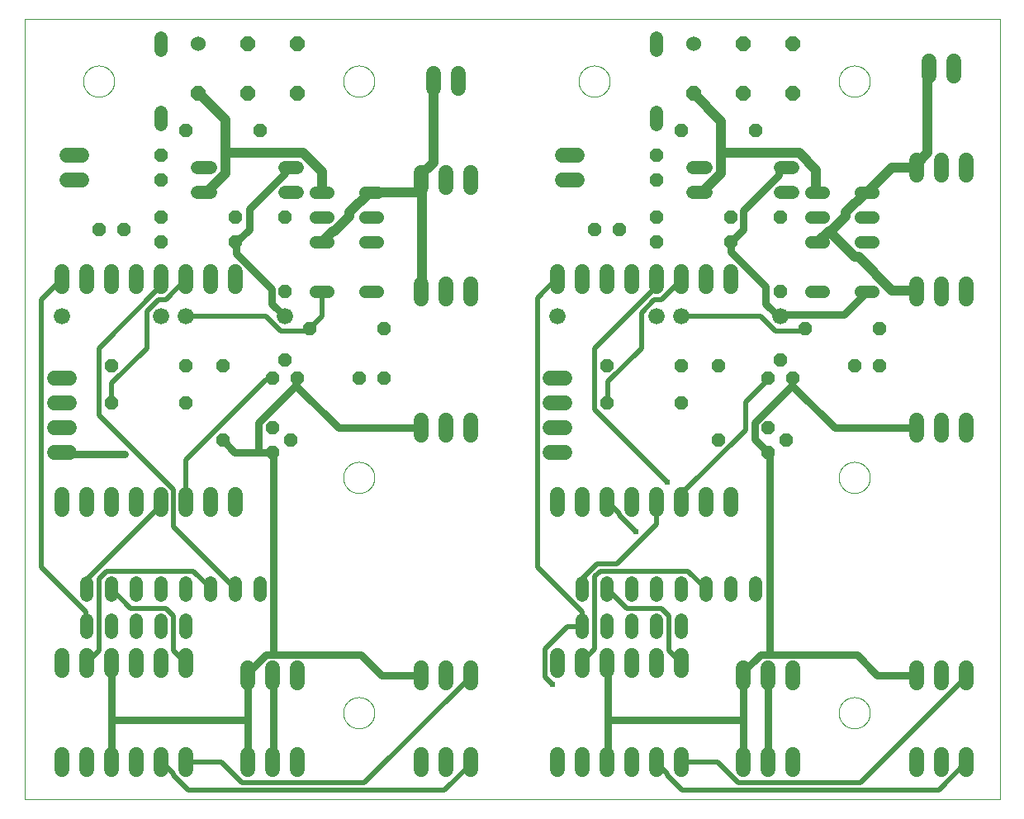
<source format=gbl>
G75*
%MOIN*%
%OFA0B0*%
%FSLAX25Y25*%
%IPPOS*%
%LPD*%
%AMOC8*
5,1,8,0,0,1.08239X$1,22.5*
%
%ADD10C,0.00000*%
%ADD11C,0.06000*%
%ADD12OC8,0.06000*%
%ADD13C,0.06600*%
%ADD14C,0.05200*%
%ADD15C,0.06000*%
%ADD16C,0.05150*%
%ADD17OC8,0.05200*%
%ADD18C,0.02000*%
%ADD19C,0.04000*%
%ADD20C,0.03000*%
%ADD21C,0.02381*%
D10*
X0002667Y0002600D02*
X0002667Y0317561D01*
X0396367Y0317561D01*
X0396367Y0002600D01*
X0002667Y0002600D01*
X0131368Y0037600D02*
X0131370Y0037758D01*
X0131376Y0037916D01*
X0131386Y0038074D01*
X0131400Y0038232D01*
X0131418Y0038389D01*
X0131439Y0038546D01*
X0131465Y0038702D01*
X0131495Y0038858D01*
X0131528Y0039013D01*
X0131566Y0039166D01*
X0131607Y0039319D01*
X0131652Y0039471D01*
X0131701Y0039622D01*
X0131754Y0039771D01*
X0131810Y0039919D01*
X0131870Y0040065D01*
X0131934Y0040210D01*
X0132002Y0040353D01*
X0132073Y0040495D01*
X0132147Y0040635D01*
X0132225Y0040772D01*
X0132307Y0040908D01*
X0132391Y0041042D01*
X0132480Y0041173D01*
X0132571Y0041302D01*
X0132666Y0041429D01*
X0132763Y0041554D01*
X0132864Y0041676D01*
X0132968Y0041795D01*
X0133075Y0041912D01*
X0133185Y0042026D01*
X0133298Y0042137D01*
X0133413Y0042246D01*
X0133531Y0042351D01*
X0133652Y0042453D01*
X0133775Y0042553D01*
X0133901Y0042649D01*
X0134029Y0042742D01*
X0134159Y0042832D01*
X0134292Y0042918D01*
X0134427Y0043002D01*
X0134563Y0043081D01*
X0134702Y0043158D01*
X0134843Y0043230D01*
X0134985Y0043300D01*
X0135129Y0043365D01*
X0135275Y0043427D01*
X0135422Y0043485D01*
X0135571Y0043540D01*
X0135721Y0043591D01*
X0135872Y0043638D01*
X0136024Y0043681D01*
X0136177Y0043720D01*
X0136332Y0043756D01*
X0136487Y0043787D01*
X0136643Y0043815D01*
X0136799Y0043839D01*
X0136956Y0043859D01*
X0137114Y0043875D01*
X0137271Y0043887D01*
X0137430Y0043895D01*
X0137588Y0043899D01*
X0137746Y0043899D01*
X0137904Y0043895D01*
X0138063Y0043887D01*
X0138220Y0043875D01*
X0138378Y0043859D01*
X0138535Y0043839D01*
X0138691Y0043815D01*
X0138847Y0043787D01*
X0139002Y0043756D01*
X0139157Y0043720D01*
X0139310Y0043681D01*
X0139462Y0043638D01*
X0139613Y0043591D01*
X0139763Y0043540D01*
X0139912Y0043485D01*
X0140059Y0043427D01*
X0140205Y0043365D01*
X0140349Y0043300D01*
X0140491Y0043230D01*
X0140632Y0043158D01*
X0140771Y0043081D01*
X0140907Y0043002D01*
X0141042Y0042918D01*
X0141175Y0042832D01*
X0141305Y0042742D01*
X0141433Y0042649D01*
X0141559Y0042553D01*
X0141682Y0042453D01*
X0141803Y0042351D01*
X0141921Y0042246D01*
X0142036Y0042137D01*
X0142149Y0042026D01*
X0142259Y0041912D01*
X0142366Y0041795D01*
X0142470Y0041676D01*
X0142571Y0041554D01*
X0142668Y0041429D01*
X0142763Y0041302D01*
X0142854Y0041173D01*
X0142943Y0041042D01*
X0143027Y0040908D01*
X0143109Y0040772D01*
X0143187Y0040635D01*
X0143261Y0040495D01*
X0143332Y0040353D01*
X0143400Y0040210D01*
X0143464Y0040065D01*
X0143524Y0039919D01*
X0143580Y0039771D01*
X0143633Y0039622D01*
X0143682Y0039471D01*
X0143727Y0039319D01*
X0143768Y0039166D01*
X0143806Y0039013D01*
X0143839Y0038858D01*
X0143869Y0038702D01*
X0143895Y0038546D01*
X0143916Y0038389D01*
X0143934Y0038232D01*
X0143948Y0038074D01*
X0143958Y0037916D01*
X0143964Y0037758D01*
X0143966Y0037600D01*
X0143964Y0037442D01*
X0143958Y0037284D01*
X0143948Y0037126D01*
X0143934Y0036968D01*
X0143916Y0036811D01*
X0143895Y0036654D01*
X0143869Y0036498D01*
X0143839Y0036342D01*
X0143806Y0036187D01*
X0143768Y0036034D01*
X0143727Y0035881D01*
X0143682Y0035729D01*
X0143633Y0035578D01*
X0143580Y0035429D01*
X0143524Y0035281D01*
X0143464Y0035135D01*
X0143400Y0034990D01*
X0143332Y0034847D01*
X0143261Y0034705D01*
X0143187Y0034565D01*
X0143109Y0034428D01*
X0143027Y0034292D01*
X0142943Y0034158D01*
X0142854Y0034027D01*
X0142763Y0033898D01*
X0142668Y0033771D01*
X0142571Y0033646D01*
X0142470Y0033524D01*
X0142366Y0033405D01*
X0142259Y0033288D01*
X0142149Y0033174D01*
X0142036Y0033063D01*
X0141921Y0032954D01*
X0141803Y0032849D01*
X0141682Y0032747D01*
X0141559Y0032647D01*
X0141433Y0032551D01*
X0141305Y0032458D01*
X0141175Y0032368D01*
X0141042Y0032282D01*
X0140907Y0032198D01*
X0140771Y0032119D01*
X0140632Y0032042D01*
X0140491Y0031970D01*
X0140349Y0031900D01*
X0140205Y0031835D01*
X0140059Y0031773D01*
X0139912Y0031715D01*
X0139763Y0031660D01*
X0139613Y0031609D01*
X0139462Y0031562D01*
X0139310Y0031519D01*
X0139157Y0031480D01*
X0139002Y0031444D01*
X0138847Y0031413D01*
X0138691Y0031385D01*
X0138535Y0031361D01*
X0138378Y0031341D01*
X0138220Y0031325D01*
X0138063Y0031313D01*
X0137904Y0031305D01*
X0137746Y0031301D01*
X0137588Y0031301D01*
X0137430Y0031305D01*
X0137271Y0031313D01*
X0137114Y0031325D01*
X0136956Y0031341D01*
X0136799Y0031361D01*
X0136643Y0031385D01*
X0136487Y0031413D01*
X0136332Y0031444D01*
X0136177Y0031480D01*
X0136024Y0031519D01*
X0135872Y0031562D01*
X0135721Y0031609D01*
X0135571Y0031660D01*
X0135422Y0031715D01*
X0135275Y0031773D01*
X0135129Y0031835D01*
X0134985Y0031900D01*
X0134843Y0031970D01*
X0134702Y0032042D01*
X0134563Y0032119D01*
X0134427Y0032198D01*
X0134292Y0032282D01*
X0134159Y0032368D01*
X0134029Y0032458D01*
X0133901Y0032551D01*
X0133775Y0032647D01*
X0133652Y0032747D01*
X0133531Y0032849D01*
X0133413Y0032954D01*
X0133298Y0033063D01*
X0133185Y0033174D01*
X0133075Y0033288D01*
X0132968Y0033405D01*
X0132864Y0033524D01*
X0132763Y0033646D01*
X0132666Y0033771D01*
X0132571Y0033898D01*
X0132480Y0034027D01*
X0132391Y0034158D01*
X0132307Y0034292D01*
X0132225Y0034428D01*
X0132147Y0034565D01*
X0132073Y0034705D01*
X0132002Y0034847D01*
X0131934Y0034990D01*
X0131870Y0035135D01*
X0131810Y0035281D01*
X0131754Y0035429D01*
X0131701Y0035578D01*
X0131652Y0035729D01*
X0131607Y0035881D01*
X0131566Y0036034D01*
X0131528Y0036187D01*
X0131495Y0036342D01*
X0131465Y0036498D01*
X0131439Y0036654D01*
X0131418Y0036811D01*
X0131400Y0036968D01*
X0131386Y0037126D01*
X0131376Y0037284D01*
X0131370Y0037442D01*
X0131368Y0037600D01*
X0131368Y0132600D02*
X0131370Y0132758D01*
X0131376Y0132916D01*
X0131386Y0133074D01*
X0131400Y0133232D01*
X0131418Y0133389D01*
X0131439Y0133546D01*
X0131465Y0133702D01*
X0131495Y0133858D01*
X0131528Y0134013D01*
X0131566Y0134166D01*
X0131607Y0134319D01*
X0131652Y0134471D01*
X0131701Y0134622D01*
X0131754Y0134771D01*
X0131810Y0134919D01*
X0131870Y0135065D01*
X0131934Y0135210D01*
X0132002Y0135353D01*
X0132073Y0135495D01*
X0132147Y0135635D01*
X0132225Y0135772D01*
X0132307Y0135908D01*
X0132391Y0136042D01*
X0132480Y0136173D01*
X0132571Y0136302D01*
X0132666Y0136429D01*
X0132763Y0136554D01*
X0132864Y0136676D01*
X0132968Y0136795D01*
X0133075Y0136912D01*
X0133185Y0137026D01*
X0133298Y0137137D01*
X0133413Y0137246D01*
X0133531Y0137351D01*
X0133652Y0137453D01*
X0133775Y0137553D01*
X0133901Y0137649D01*
X0134029Y0137742D01*
X0134159Y0137832D01*
X0134292Y0137918D01*
X0134427Y0138002D01*
X0134563Y0138081D01*
X0134702Y0138158D01*
X0134843Y0138230D01*
X0134985Y0138300D01*
X0135129Y0138365D01*
X0135275Y0138427D01*
X0135422Y0138485D01*
X0135571Y0138540D01*
X0135721Y0138591D01*
X0135872Y0138638D01*
X0136024Y0138681D01*
X0136177Y0138720D01*
X0136332Y0138756D01*
X0136487Y0138787D01*
X0136643Y0138815D01*
X0136799Y0138839D01*
X0136956Y0138859D01*
X0137114Y0138875D01*
X0137271Y0138887D01*
X0137430Y0138895D01*
X0137588Y0138899D01*
X0137746Y0138899D01*
X0137904Y0138895D01*
X0138063Y0138887D01*
X0138220Y0138875D01*
X0138378Y0138859D01*
X0138535Y0138839D01*
X0138691Y0138815D01*
X0138847Y0138787D01*
X0139002Y0138756D01*
X0139157Y0138720D01*
X0139310Y0138681D01*
X0139462Y0138638D01*
X0139613Y0138591D01*
X0139763Y0138540D01*
X0139912Y0138485D01*
X0140059Y0138427D01*
X0140205Y0138365D01*
X0140349Y0138300D01*
X0140491Y0138230D01*
X0140632Y0138158D01*
X0140771Y0138081D01*
X0140907Y0138002D01*
X0141042Y0137918D01*
X0141175Y0137832D01*
X0141305Y0137742D01*
X0141433Y0137649D01*
X0141559Y0137553D01*
X0141682Y0137453D01*
X0141803Y0137351D01*
X0141921Y0137246D01*
X0142036Y0137137D01*
X0142149Y0137026D01*
X0142259Y0136912D01*
X0142366Y0136795D01*
X0142470Y0136676D01*
X0142571Y0136554D01*
X0142668Y0136429D01*
X0142763Y0136302D01*
X0142854Y0136173D01*
X0142943Y0136042D01*
X0143027Y0135908D01*
X0143109Y0135772D01*
X0143187Y0135635D01*
X0143261Y0135495D01*
X0143332Y0135353D01*
X0143400Y0135210D01*
X0143464Y0135065D01*
X0143524Y0134919D01*
X0143580Y0134771D01*
X0143633Y0134622D01*
X0143682Y0134471D01*
X0143727Y0134319D01*
X0143768Y0134166D01*
X0143806Y0134013D01*
X0143839Y0133858D01*
X0143869Y0133702D01*
X0143895Y0133546D01*
X0143916Y0133389D01*
X0143934Y0133232D01*
X0143948Y0133074D01*
X0143958Y0132916D01*
X0143964Y0132758D01*
X0143966Y0132600D01*
X0143964Y0132442D01*
X0143958Y0132284D01*
X0143948Y0132126D01*
X0143934Y0131968D01*
X0143916Y0131811D01*
X0143895Y0131654D01*
X0143869Y0131498D01*
X0143839Y0131342D01*
X0143806Y0131187D01*
X0143768Y0131034D01*
X0143727Y0130881D01*
X0143682Y0130729D01*
X0143633Y0130578D01*
X0143580Y0130429D01*
X0143524Y0130281D01*
X0143464Y0130135D01*
X0143400Y0129990D01*
X0143332Y0129847D01*
X0143261Y0129705D01*
X0143187Y0129565D01*
X0143109Y0129428D01*
X0143027Y0129292D01*
X0142943Y0129158D01*
X0142854Y0129027D01*
X0142763Y0128898D01*
X0142668Y0128771D01*
X0142571Y0128646D01*
X0142470Y0128524D01*
X0142366Y0128405D01*
X0142259Y0128288D01*
X0142149Y0128174D01*
X0142036Y0128063D01*
X0141921Y0127954D01*
X0141803Y0127849D01*
X0141682Y0127747D01*
X0141559Y0127647D01*
X0141433Y0127551D01*
X0141305Y0127458D01*
X0141175Y0127368D01*
X0141042Y0127282D01*
X0140907Y0127198D01*
X0140771Y0127119D01*
X0140632Y0127042D01*
X0140491Y0126970D01*
X0140349Y0126900D01*
X0140205Y0126835D01*
X0140059Y0126773D01*
X0139912Y0126715D01*
X0139763Y0126660D01*
X0139613Y0126609D01*
X0139462Y0126562D01*
X0139310Y0126519D01*
X0139157Y0126480D01*
X0139002Y0126444D01*
X0138847Y0126413D01*
X0138691Y0126385D01*
X0138535Y0126361D01*
X0138378Y0126341D01*
X0138220Y0126325D01*
X0138063Y0126313D01*
X0137904Y0126305D01*
X0137746Y0126301D01*
X0137588Y0126301D01*
X0137430Y0126305D01*
X0137271Y0126313D01*
X0137114Y0126325D01*
X0136956Y0126341D01*
X0136799Y0126361D01*
X0136643Y0126385D01*
X0136487Y0126413D01*
X0136332Y0126444D01*
X0136177Y0126480D01*
X0136024Y0126519D01*
X0135872Y0126562D01*
X0135721Y0126609D01*
X0135571Y0126660D01*
X0135422Y0126715D01*
X0135275Y0126773D01*
X0135129Y0126835D01*
X0134985Y0126900D01*
X0134843Y0126970D01*
X0134702Y0127042D01*
X0134563Y0127119D01*
X0134427Y0127198D01*
X0134292Y0127282D01*
X0134159Y0127368D01*
X0134029Y0127458D01*
X0133901Y0127551D01*
X0133775Y0127647D01*
X0133652Y0127747D01*
X0133531Y0127849D01*
X0133413Y0127954D01*
X0133298Y0128063D01*
X0133185Y0128174D01*
X0133075Y0128288D01*
X0132968Y0128405D01*
X0132864Y0128524D01*
X0132763Y0128646D01*
X0132666Y0128771D01*
X0132571Y0128898D01*
X0132480Y0129027D01*
X0132391Y0129158D01*
X0132307Y0129292D01*
X0132225Y0129428D01*
X0132147Y0129565D01*
X0132073Y0129705D01*
X0132002Y0129847D01*
X0131934Y0129990D01*
X0131870Y0130135D01*
X0131810Y0130281D01*
X0131754Y0130429D01*
X0131701Y0130578D01*
X0131652Y0130729D01*
X0131607Y0130881D01*
X0131566Y0131034D01*
X0131528Y0131187D01*
X0131495Y0131342D01*
X0131465Y0131498D01*
X0131439Y0131654D01*
X0131418Y0131811D01*
X0131400Y0131968D01*
X0131386Y0132126D01*
X0131376Y0132284D01*
X0131370Y0132442D01*
X0131368Y0132600D01*
X0131368Y0292600D02*
X0131370Y0292758D01*
X0131376Y0292916D01*
X0131386Y0293074D01*
X0131400Y0293232D01*
X0131418Y0293389D01*
X0131439Y0293546D01*
X0131465Y0293702D01*
X0131495Y0293858D01*
X0131528Y0294013D01*
X0131566Y0294166D01*
X0131607Y0294319D01*
X0131652Y0294471D01*
X0131701Y0294622D01*
X0131754Y0294771D01*
X0131810Y0294919D01*
X0131870Y0295065D01*
X0131934Y0295210D01*
X0132002Y0295353D01*
X0132073Y0295495D01*
X0132147Y0295635D01*
X0132225Y0295772D01*
X0132307Y0295908D01*
X0132391Y0296042D01*
X0132480Y0296173D01*
X0132571Y0296302D01*
X0132666Y0296429D01*
X0132763Y0296554D01*
X0132864Y0296676D01*
X0132968Y0296795D01*
X0133075Y0296912D01*
X0133185Y0297026D01*
X0133298Y0297137D01*
X0133413Y0297246D01*
X0133531Y0297351D01*
X0133652Y0297453D01*
X0133775Y0297553D01*
X0133901Y0297649D01*
X0134029Y0297742D01*
X0134159Y0297832D01*
X0134292Y0297918D01*
X0134427Y0298002D01*
X0134563Y0298081D01*
X0134702Y0298158D01*
X0134843Y0298230D01*
X0134985Y0298300D01*
X0135129Y0298365D01*
X0135275Y0298427D01*
X0135422Y0298485D01*
X0135571Y0298540D01*
X0135721Y0298591D01*
X0135872Y0298638D01*
X0136024Y0298681D01*
X0136177Y0298720D01*
X0136332Y0298756D01*
X0136487Y0298787D01*
X0136643Y0298815D01*
X0136799Y0298839D01*
X0136956Y0298859D01*
X0137114Y0298875D01*
X0137271Y0298887D01*
X0137430Y0298895D01*
X0137588Y0298899D01*
X0137746Y0298899D01*
X0137904Y0298895D01*
X0138063Y0298887D01*
X0138220Y0298875D01*
X0138378Y0298859D01*
X0138535Y0298839D01*
X0138691Y0298815D01*
X0138847Y0298787D01*
X0139002Y0298756D01*
X0139157Y0298720D01*
X0139310Y0298681D01*
X0139462Y0298638D01*
X0139613Y0298591D01*
X0139763Y0298540D01*
X0139912Y0298485D01*
X0140059Y0298427D01*
X0140205Y0298365D01*
X0140349Y0298300D01*
X0140491Y0298230D01*
X0140632Y0298158D01*
X0140771Y0298081D01*
X0140907Y0298002D01*
X0141042Y0297918D01*
X0141175Y0297832D01*
X0141305Y0297742D01*
X0141433Y0297649D01*
X0141559Y0297553D01*
X0141682Y0297453D01*
X0141803Y0297351D01*
X0141921Y0297246D01*
X0142036Y0297137D01*
X0142149Y0297026D01*
X0142259Y0296912D01*
X0142366Y0296795D01*
X0142470Y0296676D01*
X0142571Y0296554D01*
X0142668Y0296429D01*
X0142763Y0296302D01*
X0142854Y0296173D01*
X0142943Y0296042D01*
X0143027Y0295908D01*
X0143109Y0295772D01*
X0143187Y0295635D01*
X0143261Y0295495D01*
X0143332Y0295353D01*
X0143400Y0295210D01*
X0143464Y0295065D01*
X0143524Y0294919D01*
X0143580Y0294771D01*
X0143633Y0294622D01*
X0143682Y0294471D01*
X0143727Y0294319D01*
X0143768Y0294166D01*
X0143806Y0294013D01*
X0143839Y0293858D01*
X0143869Y0293702D01*
X0143895Y0293546D01*
X0143916Y0293389D01*
X0143934Y0293232D01*
X0143948Y0293074D01*
X0143958Y0292916D01*
X0143964Y0292758D01*
X0143966Y0292600D01*
X0143964Y0292442D01*
X0143958Y0292284D01*
X0143948Y0292126D01*
X0143934Y0291968D01*
X0143916Y0291811D01*
X0143895Y0291654D01*
X0143869Y0291498D01*
X0143839Y0291342D01*
X0143806Y0291187D01*
X0143768Y0291034D01*
X0143727Y0290881D01*
X0143682Y0290729D01*
X0143633Y0290578D01*
X0143580Y0290429D01*
X0143524Y0290281D01*
X0143464Y0290135D01*
X0143400Y0289990D01*
X0143332Y0289847D01*
X0143261Y0289705D01*
X0143187Y0289565D01*
X0143109Y0289428D01*
X0143027Y0289292D01*
X0142943Y0289158D01*
X0142854Y0289027D01*
X0142763Y0288898D01*
X0142668Y0288771D01*
X0142571Y0288646D01*
X0142470Y0288524D01*
X0142366Y0288405D01*
X0142259Y0288288D01*
X0142149Y0288174D01*
X0142036Y0288063D01*
X0141921Y0287954D01*
X0141803Y0287849D01*
X0141682Y0287747D01*
X0141559Y0287647D01*
X0141433Y0287551D01*
X0141305Y0287458D01*
X0141175Y0287368D01*
X0141042Y0287282D01*
X0140907Y0287198D01*
X0140771Y0287119D01*
X0140632Y0287042D01*
X0140491Y0286970D01*
X0140349Y0286900D01*
X0140205Y0286835D01*
X0140059Y0286773D01*
X0139912Y0286715D01*
X0139763Y0286660D01*
X0139613Y0286609D01*
X0139462Y0286562D01*
X0139310Y0286519D01*
X0139157Y0286480D01*
X0139002Y0286444D01*
X0138847Y0286413D01*
X0138691Y0286385D01*
X0138535Y0286361D01*
X0138378Y0286341D01*
X0138220Y0286325D01*
X0138063Y0286313D01*
X0137904Y0286305D01*
X0137746Y0286301D01*
X0137588Y0286301D01*
X0137430Y0286305D01*
X0137271Y0286313D01*
X0137114Y0286325D01*
X0136956Y0286341D01*
X0136799Y0286361D01*
X0136643Y0286385D01*
X0136487Y0286413D01*
X0136332Y0286444D01*
X0136177Y0286480D01*
X0136024Y0286519D01*
X0135872Y0286562D01*
X0135721Y0286609D01*
X0135571Y0286660D01*
X0135422Y0286715D01*
X0135275Y0286773D01*
X0135129Y0286835D01*
X0134985Y0286900D01*
X0134843Y0286970D01*
X0134702Y0287042D01*
X0134563Y0287119D01*
X0134427Y0287198D01*
X0134292Y0287282D01*
X0134159Y0287368D01*
X0134029Y0287458D01*
X0133901Y0287551D01*
X0133775Y0287647D01*
X0133652Y0287747D01*
X0133531Y0287849D01*
X0133413Y0287954D01*
X0133298Y0288063D01*
X0133185Y0288174D01*
X0133075Y0288288D01*
X0132968Y0288405D01*
X0132864Y0288524D01*
X0132763Y0288646D01*
X0132666Y0288771D01*
X0132571Y0288898D01*
X0132480Y0289027D01*
X0132391Y0289158D01*
X0132307Y0289292D01*
X0132225Y0289428D01*
X0132147Y0289565D01*
X0132073Y0289705D01*
X0132002Y0289847D01*
X0131934Y0289990D01*
X0131870Y0290135D01*
X0131810Y0290281D01*
X0131754Y0290429D01*
X0131701Y0290578D01*
X0131652Y0290729D01*
X0131607Y0290881D01*
X0131566Y0291034D01*
X0131528Y0291187D01*
X0131495Y0291342D01*
X0131465Y0291498D01*
X0131439Y0291654D01*
X0131418Y0291811D01*
X0131400Y0291968D01*
X0131386Y0292126D01*
X0131376Y0292284D01*
X0131370Y0292442D01*
X0131368Y0292600D01*
X0026368Y0292600D02*
X0026370Y0292758D01*
X0026376Y0292916D01*
X0026386Y0293074D01*
X0026400Y0293232D01*
X0026418Y0293389D01*
X0026439Y0293546D01*
X0026465Y0293702D01*
X0026495Y0293858D01*
X0026528Y0294013D01*
X0026566Y0294166D01*
X0026607Y0294319D01*
X0026652Y0294471D01*
X0026701Y0294622D01*
X0026754Y0294771D01*
X0026810Y0294919D01*
X0026870Y0295065D01*
X0026934Y0295210D01*
X0027002Y0295353D01*
X0027073Y0295495D01*
X0027147Y0295635D01*
X0027225Y0295772D01*
X0027307Y0295908D01*
X0027391Y0296042D01*
X0027480Y0296173D01*
X0027571Y0296302D01*
X0027666Y0296429D01*
X0027763Y0296554D01*
X0027864Y0296676D01*
X0027968Y0296795D01*
X0028075Y0296912D01*
X0028185Y0297026D01*
X0028298Y0297137D01*
X0028413Y0297246D01*
X0028531Y0297351D01*
X0028652Y0297453D01*
X0028775Y0297553D01*
X0028901Y0297649D01*
X0029029Y0297742D01*
X0029159Y0297832D01*
X0029292Y0297918D01*
X0029427Y0298002D01*
X0029563Y0298081D01*
X0029702Y0298158D01*
X0029843Y0298230D01*
X0029985Y0298300D01*
X0030129Y0298365D01*
X0030275Y0298427D01*
X0030422Y0298485D01*
X0030571Y0298540D01*
X0030721Y0298591D01*
X0030872Y0298638D01*
X0031024Y0298681D01*
X0031177Y0298720D01*
X0031332Y0298756D01*
X0031487Y0298787D01*
X0031643Y0298815D01*
X0031799Y0298839D01*
X0031956Y0298859D01*
X0032114Y0298875D01*
X0032271Y0298887D01*
X0032430Y0298895D01*
X0032588Y0298899D01*
X0032746Y0298899D01*
X0032904Y0298895D01*
X0033063Y0298887D01*
X0033220Y0298875D01*
X0033378Y0298859D01*
X0033535Y0298839D01*
X0033691Y0298815D01*
X0033847Y0298787D01*
X0034002Y0298756D01*
X0034157Y0298720D01*
X0034310Y0298681D01*
X0034462Y0298638D01*
X0034613Y0298591D01*
X0034763Y0298540D01*
X0034912Y0298485D01*
X0035059Y0298427D01*
X0035205Y0298365D01*
X0035349Y0298300D01*
X0035491Y0298230D01*
X0035632Y0298158D01*
X0035771Y0298081D01*
X0035907Y0298002D01*
X0036042Y0297918D01*
X0036175Y0297832D01*
X0036305Y0297742D01*
X0036433Y0297649D01*
X0036559Y0297553D01*
X0036682Y0297453D01*
X0036803Y0297351D01*
X0036921Y0297246D01*
X0037036Y0297137D01*
X0037149Y0297026D01*
X0037259Y0296912D01*
X0037366Y0296795D01*
X0037470Y0296676D01*
X0037571Y0296554D01*
X0037668Y0296429D01*
X0037763Y0296302D01*
X0037854Y0296173D01*
X0037943Y0296042D01*
X0038027Y0295908D01*
X0038109Y0295772D01*
X0038187Y0295635D01*
X0038261Y0295495D01*
X0038332Y0295353D01*
X0038400Y0295210D01*
X0038464Y0295065D01*
X0038524Y0294919D01*
X0038580Y0294771D01*
X0038633Y0294622D01*
X0038682Y0294471D01*
X0038727Y0294319D01*
X0038768Y0294166D01*
X0038806Y0294013D01*
X0038839Y0293858D01*
X0038869Y0293702D01*
X0038895Y0293546D01*
X0038916Y0293389D01*
X0038934Y0293232D01*
X0038948Y0293074D01*
X0038958Y0292916D01*
X0038964Y0292758D01*
X0038966Y0292600D01*
X0038964Y0292442D01*
X0038958Y0292284D01*
X0038948Y0292126D01*
X0038934Y0291968D01*
X0038916Y0291811D01*
X0038895Y0291654D01*
X0038869Y0291498D01*
X0038839Y0291342D01*
X0038806Y0291187D01*
X0038768Y0291034D01*
X0038727Y0290881D01*
X0038682Y0290729D01*
X0038633Y0290578D01*
X0038580Y0290429D01*
X0038524Y0290281D01*
X0038464Y0290135D01*
X0038400Y0289990D01*
X0038332Y0289847D01*
X0038261Y0289705D01*
X0038187Y0289565D01*
X0038109Y0289428D01*
X0038027Y0289292D01*
X0037943Y0289158D01*
X0037854Y0289027D01*
X0037763Y0288898D01*
X0037668Y0288771D01*
X0037571Y0288646D01*
X0037470Y0288524D01*
X0037366Y0288405D01*
X0037259Y0288288D01*
X0037149Y0288174D01*
X0037036Y0288063D01*
X0036921Y0287954D01*
X0036803Y0287849D01*
X0036682Y0287747D01*
X0036559Y0287647D01*
X0036433Y0287551D01*
X0036305Y0287458D01*
X0036175Y0287368D01*
X0036042Y0287282D01*
X0035907Y0287198D01*
X0035771Y0287119D01*
X0035632Y0287042D01*
X0035491Y0286970D01*
X0035349Y0286900D01*
X0035205Y0286835D01*
X0035059Y0286773D01*
X0034912Y0286715D01*
X0034763Y0286660D01*
X0034613Y0286609D01*
X0034462Y0286562D01*
X0034310Y0286519D01*
X0034157Y0286480D01*
X0034002Y0286444D01*
X0033847Y0286413D01*
X0033691Y0286385D01*
X0033535Y0286361D01*
X0033378Y0286341D01*
X0033220Y0286325D01*
X0033063Y0286313D01*
X0032904Y0286305D01*
X0032746Y0286301D01*
X0032588Y0286301D01*
X0032430Y0286305D01*
X0032271Y0286313D01*
X0032114Y0286325D01*
X0031956Y0286341D01*
X0031799Y0286361D01*
X0031643Y0286385D01*
X0031487Y0286413D01*
X0031332Y0286444D01*
X0031177Y0286480D01*
X0031024Y0286519D01*
X0030872Y0286562D01*
X0030721Y0286609D01*
X0030571Y0286660D01*
X0030422Y0286715D01*
X0030275Y0286773D01*
X0030129Y0286835D01*
X0029985Y0286900D01*
X0029843Y0286970D01*
X0029702Y0287042D01*
X0029563Y0287119D01*
X0029427Y0287198D01*
X0029292Y0287282D01*
X0029159Y0287368D01*
X0029029Y0287458D01*
X0028901Y0287551D01*
X0028775Y0287647D01*
X0028652Y0287747D01*
X0028531Y0287849D01*
X0028413Y0287954D01*
X0028298Y0288063D01*
X0028185Y0288174D01*
X0028075Y0288288D01*
X0027968Y0288405D01*
X0027864Y0288524D01*
X0027763Y0288646D01*
X0027666Y0288771D01*
X0027571Y0288898D01*
X0027480Y0289027D01*
X0027391Y0289158D01*
X0027307Y0289292D01*
X0027225Y0289428D01*
X0027147Y0289565D01*
X0027073Y0289705D01*
X0027002Y0289847D01*
X0026934Y0289990D01*
X0026870Y0290135D01*
X0026810Y0290281D01*
X0026754Y0290429D01*
X0026701Y0290578D01*
X0026652Y0290729D01*
X0026607Y0290881D01*
X0026566Y0291034D01*
X0026528Y0291187D01*
X0026495Y0291342D01*
X0026465Y0291498D01*
X0026439Y0291654D01*
X0026418Y0291811D01*
X0026400Y0291968D01*
X0026386Y0292126D01*
X0026376Y0292284D01*
X0026370Y0292442D01*
X0026368Y0292600D01*
X0226368Y0292600D02*
X0226370Y0292758D01*
X0226376Y0292916D01*
X0226386Y0293074D01*
X0226400Y0293232D01*
X0226418Y0293389D01*
X0226439Y0293546D01*
X0226465Y0293702D01*
X0226495Y0293858D01*
X0226528Y0294013D01*
X0226566Y0294166D01*
X0226607Y0294319D01*
X0226652Y0294471D01*
X0226701Y0294622D01*
X0226754Y0294771D01*
X0226810Y0294919D01*
X0226870Y0295065D01*
X0226934Y0295210D01*
X0227002Y0295353D01*
X0227073Y0295495D01*
X0227147Y0295635D01*
X0227225Y0295772D01*
X0227307Y0295908D01*
X0227391Y0296042D01*
X0227480Y0296173D01*
X0227571Y0296302D01*
X0227666Y0296429D01*
X0227763Y0296554D01*
X0227864Y0296676D01*
X0227968Y0296795D01*
X0228075Y0296912D01*
X0228185Y0297026D01*
X0228298Y0297137D01*
X0228413Y0297246D01*
X0228531Y0297351D01*
X0228652Y0297453D01*
X0228775Y0297553D01*
X0228901Y0297649D01*
X0229029Y0297742D01*
X0229159Y0297832D01*
X0229292Y0297918D01*
X0229427Y0298002D01*
X0229563Y0298081D01*
X0229702Y0298158D01*
X0229843Y0298230D01*
X0229985Y0298300D01*
X0230129Y0298365D01*
X0230275Y0298427D01*
X0230422Y0298485D01*
X0230571Y0298540D01*
X0230721Y0298591D01*
X0230872Y0298638D01*
X0231024Y0298681D01*
X0231177Y0298720D01*
X0231332Y0298756D01*
X0231487Y0298787D01*
X0231643Y0298815D01*
X0231799Y0298839D01*
X0231956Y0298859D01*
X0232114Y0298875D01*
X0232271Y0298887D01*
X0232430Y0298895D01*
X0232588Y0298899D01*
X0232746Y0298899D01*
X0232904Y0298895D01*
X0233063Y0298887D01*
X0233220Y0298875D01*
X0233378Y0298859D01*
X0233535Y0298839D01*
X0233691Y0298815D01*
X0233847Y0298787D01*
X0234002Y0298756D01*
X0234157Y0298720D01*
X0234310Y0298681D01*
X0234462Y0298638D01*
X0234613Y0298591D01*
X0234763Y0298540D01*
X0234912Y0298485D01*
X0235059Y0298427D01*
X0235205Y0298365D01*
X0235349Y0298300D01*
X0235491Y0298230D01*
X0235632Y0298158D01*
X0235771Y0298081D01*
X0235907Y0298002D01*
X0236042Y0297918D01*
X0236175Y0297832D01*
X0236305Y0297742D01*
X0236433Y0297649D01*
X0236559Y0297553D01*
X0236682Y0297453D01*
X0236803Y0297351D01*
X0236921Y0297246D01*
X0237036Y0297137D01*
X0237149Y0297026D01*
X0237259Y0296912D01*
X0237366Y0296795D01*
X0237470Y0296676D01*
X0237571Y0296554D01*
X0237668Y0296429D01*
X0237763Y0296302D01*
X0237854Y0296173D01*
X0237943Y0296042D01*
X0238027Y0295908D01*
X0238109Y0295772D01*
X0238187Y0295635D01*
X0238261Y0295495D01*
X0238332Y0295353D01*
X0238400Y0295210D01*
X0238464Y0295065D01*
X0238524Y0294919D01*
X0238580Y0294771D01*
X0238633Y0294622D01*
X0238682Y0294471D01*
X0238727Y0294319D01*
X0238768Y0294166D01*
X0238806Y0294013D01*
X0238839Y0293858D01*
X0238869Y0293702D01*
X0238895Y0293546D01*
X0238916Y0293389D01*
X0238934Y0293232D01*
X0238948Y0293074D01*
X0238958Y0292916D01*
X0238964Y0292758D01*
X0238966Y0292600D01*
X0238964Y0292442D01*
X0238958Y0292284D01*
X0238948Y0292126D01*
X0238934Y0291968D01*
X0238916Y0291811D01*
X0238895Y0291654D01*
X0238869Y0291498D01*
X0238839Y0291342D01*
X0238806Y0291187D01*
X0238768Y0291034D01*
X0238727Y0290881D01*
X0238682Y0290729D01*
X0238633Y0290578D01*
X0238580Y0290429D01*
X0238524Y0290281D01*
X0238464Y0290135D01*
X0238400Y0289990D01*
X0238332Y0289847D01*
X0238261Y0289705D01*
X0238187Y0289565D01*
X0238109Y0289428D01*
X0238027Y0289292D01*
X0237943Y0289158D01*
X0237854Y0289027D01*
X0237763Y0288898D01*
X0237668Y0288771D01*
X0237571Y0288646D01*
X0237470Y0288524D01*
X0237366Y0288405D01*
X0237259Y0288288D01*
X0237149Y0288174D01*
X0237036Y0288063D01*
X0236921Y0287954D01*
X0236803Y0287849D01*
X0236682Y0287747D01*
X0236559Y0287647D01*
X0236433Y0287551D01*
X0236305Y0287458D01*
X0236175Y0287368D01*
X0236042Y0287282D01*
X0235907Y0287198D01*
X0235771Y0287119D01*
X0235632Y0287042D01*
X0235491Y0286970D01*
X0235349Y0286900D01*
X0235205Y0286835D01*
X0235059Y0286773D01*
X0234912Y0286715D01*
X0234763Y0286660D01*
X0234613Y0286609D01*
X0234462Y0286562D01*
X0234310Y0286519D01*
X0234157Y0286480D01*
X0234002Y0286444D01*
X0233847Y0286413D01*
X0233691Y0286385D01*
X0233535Y0286361D01*
X0233378Y0286341D01*
X0233220Y0286325D01*
X0233063Y0286313D01*
X0232904Y0286305D01*
X0232746Y0286301D01*
X0232588Y0286301D01*
X0232430Y0286305D01*
X0232271Y0286313D01*
X0232114Y0286325D01*
X0231956Y0286341D01*
X0231799Y0286361D01*
X0231643Y0286385D01*
X0231487Y0286413D01*
X0231332Y0286444D01*
X0231177Y0286480D01*
X0231024Y0286519D01*
X0230872Y0286562D01*
X0230721Y0286609D01*
X0230571Y0286660D01*
X0230422Y0286715D01*
X0230275Y0286773D01*
X0230129Y0286835D01*
X0229985Y0286900D01*
X0229843Y0286970D01*
X0229702Y0287042D01*
X0229563Y0287119D01*
X0229427Y0287198D01*
X0229292Y0287282D01*
X0229159Y0287368D01*
X0229029Y0287458D01*
X0228901Y0287551D01*
X0228775Y0287647D01*
X0228652Y0287747D01*
X0228531Y0287849D01*
X0228413Y0287954D01*
X0228298Y0288063D01*
X0228185Y0288174D01*
X0228075Y0288288D01*
X0227968Y0288405D01*
X0227864Y0288524D01*
X0227763Y0288646D01*
X0227666Y0288771D01*
X0227571Y0288898D01*
X0227480Y0289027D01*
X0227391Y0289158D01*
X0227307Y0289292D01*
X0227225Y0289428D01*
X0227147Y0289565D01*
X0227073Y0289705D01*
X0227002Y0289847D01*
X0226934Y0289990D01*
X0226870Y0290135D01*
X0226810Y0290281D01*
X0226754Y0290429D01*
X0226701Y0290578D01*
X0226652Y0290729D01*
X0226607Y0290881D01*
X0226566Y0291034D01*
X0226528Y0291187D01*
X0226495Y0291342D01*
X0226465Y0291498D01*
X0226439Y0291654D01*
X0226418Y0291811D01*
X0226400Y0291968D01*
X0226386Y0292126D01*
X0226376Y0292284D01*
X0226370Y0292442D01*
X0226368Y0292600D01*
X0331368Y0292600D02*
X0331370Y0292758D01*
X0331376Y0292916D01*
X0331386Y0293074D01*
X0331400Y0293232D01*
X0331418Y0293389D01*
X0331439Y0293546D01*
X0331465Y0293702D01*
X0331495Y0293858D01*
X0331528Y0294013D01*
X0331566Y0294166D01*
X0331607Y0294319D01*
X0331652Y0294471D01*
X0331701Y0294622D01*
X0331754Y0294771D01*
X0331810Y0294919D01*
X0331870Y0295065D01*
X0331934Y0295210D01*
X0332002Y0295353D01*
X0332073Y0295495D01*
X0332147Y0295635D01*
X0332225Y0295772D01*
X0332307Y0295908D01*
X0332391Y0296042D01*
X0332480Y0296173D01*
X0332571Y0296302D01*
X0332666Y0296429D01*
X0332763Y0296554D01*
X0332864Y0296676D01*
X0332968Y0296795D01*
X0333075Y0296912D01*
X0333185Y0297026D01*
X0333298Y0297137D01*
X0333413Y0297246D01*
X0333531Y0297351D01*
X0333652Y0297453D01*
X0333775Y0297553D01*
X0333901Y0297649D01*
X0334029Y0297742D01*
X0334159Y0297832D01*
X0334292Y0297918D01*
X0334427Y0298002D01*
X0334563Y0298081D01*
X0334702Y0298158D01*
X0334843Y0298230D01*
X0334985Y0298300D01*
X0335129Y0298365D01*
X0335275Y0298427D01*
X0335422Y0298485D01*
X0335571Y0298540D01*
X0335721Y0298591D01*
X0335872Y0298638D01*
X0336024Y0298681D01*
X0336177Y0298720D01*
X0336332Y0298756D01*
X0336487Y0298787D01*
X0336643Y0298815D01*
X0336799Y0298839D01*
X0336956Y0298859D01*
X0337114Y0298875D01*
X0337271Y0298887D01*
X0337430Y0298895D01*
X0337588Y0298899D01*
X0337746Y0298899D01*
X0337904Y0298895D01*
X0338063Y0298887D01*
X0338220Y0298875D01*
X0338378Y0298859D01*
X0338535Y0298839D01*
X0338691Y0298815D01*
X0338847Y0298787D01*
X0339002Y0298756D01*
X0339157Y0298720D01*
X0339310Y0298681D01*
X0339462Y0298638D01*
X0339613Y0298591D01*
X0339763Y0298540D01*
X0339912Y0298485D01*
X0340059Y0298427D01*
X0340205Y0298365D01*
X0340349Y0298300D01*
X0340491Y0298230D01*
X0340632Y0298158D01*
X0340771Y0298081D01*
X0340907Y0298002D01*
X0341042Y0297918D01*
X0341175Y0297832D01*
X0341305Y0297742D01*
X0341433Y0297649D01*
X0341559Y0297553D01*
X0341682Y0297453D01*
X0341803Y0297351D01*
X0341921Y0297246D01*
X0342036Y0297137D01*
X0342149Y0297026D01*
X0342259Y0296912D01*
X0342366Y0296795D01*
X0342470Y0296676D01*
X0342571Y0296554D01*
X0342668Y0296429D01*
X0342763Y0296302D01*
X0342854Y0296173D01*
X0342943Y0296042D01*
X0343027Y0295908D01*
X0343109Y0295772D01*
X0343187Y0295635D01*
X0343261Y0295495D01*
X0343332Y0295353D01*
X0343400Y0295210D01*
X0343464Y0295065D01*
X0343524Y0294919D01*
X0343580Y0294771D01*
X0343633Y0294622D01*
X0343682Y0294471D01*
X0343727Y0294319D01*
X0343768Y0294166D01*
X0343806Y0294013D01*
X0343839Y0293858D01*
X0343869Y0293702D01*
X0343895Y0293546D01*
X0343916Y0293389D01*
X0343934Y0293232D01*
X0343948Y0293074D01*
X0343958Y0292916D01*
X0343964Y0292758D01*
X0343966Y0292600D01*
X0343964Y0292442D01*
X0343958Y0292284D01*
X0343948Y0292126D01*
X0343934Y0291968D01*
X0343916Y0291811D01*
X0343895Y0291654D01*
X0343869Y0291498D01*
X0343839Y0291342D01*
X0343806Y0291187D01*
X0343768Y0291034D01*
X0343727Y0290881D01*
X0343682Y0290729D01*
X0343633Y0290578D01*
X0343580Y0290429D01*
X0343524Y0290281D01*
X0343464Y0290135D01*
X0343400Y0289990D01*
X0343332Y0289847D01*
X0343261Y0289705D01*
X0343187Y0289565D01*
X0343109Y0289428D01*
X0343027Y0289292D01*
X0342943Y0289158D01*
X0342854Y0289027D01*
X0342763Y0288898D01*
X0342668Y0288771D01*
X0342571Y0288646D01*
X0342470Y0288524D01*
X0342366Y0288405D01*
X0342259Y0288288D01*
X0342149Y0288174D01*
X0342036Y0288063D01*
X0341921Y0287954D01*
X0341803Y0287849D01*
X0341682Y0287747D01*
X0341559Y0287647D01*
X0341433Y0287551D01*
X0341305Y0287458D01*
X0341175Y0287368D01*
X0341042Y0287282D01*
X0340907Y0287198D01*
X0340771Y0287119D01*
X0340632Y0287042D01*
X0340491Y0286970D01*
X0340349Y0286900D01*
X0340205Y0286835D01*
X0340059Y0286773D01*
X0339912Y0286715D01*
X0339763Y0286660D01*
X0339613Y0286609D01*
X0339462Y0286562D01*
X0339310Y0286519D01*
X0339157Y0286480D01*
X0339002Y0286444D01*
X0338847Y0286413D01*
X0338691Y0286385D01*
X0338535Y0286361D01*
X0338378Y0286341D01*
X0338220Y0286325D01*
X0338063Y0286313D01*
X0337904Y0286305D01*
X0337746Y0286301D01*
X0337588Y0286301D01*
X0337430Y0286305D01*
X0337271Y0286313D01*
X0337114Y0286325D01*
X0336956Y0286341D01*
X0336799Y0286361D01*
X0336643Y0286385D01*
X0336487Y0286413D01*
X0336332Y0286444D01*
X0336177Y0286480D01*
X0336024Y0286519D01*
X0335872Y0286562D01*
X0335721Y0286609D01*
X0335571Y0286660D01*
X0335422Y0286715D01*
X0335275Y0286773D01*
X0335129Y0286835D01*
X0334985Y0286900D01*
X0334843Y0286970D01*
X0334702Y0287042D01*
X0334563Y0287119D01*
X0334427Y0287198D01*
X0334292Y0287282D01*
X0334159Y0287368D01*
X0334029Y0287458D01*
X0333901Y0287551D01*
X0333775Y0287647D01*
X0333652Y0287747D01*
X0333531Y0287849D01*
X0333413Y0287954D01*
X0333298Y0288063D01*
X0333185Y0288174D01*
X0333075Y0288288D01*
X0332968Y0288405D01*
X0332864Y0288524D01*
X0332763Y0288646D01*
X0332666Y0288771D01*
X0332571Y0288898D01*
X0332480Y0289027D01*
X0332391Y0289158D01*
X0332307Y0289292D01*
X0332225Y0289428D01*
X0332147Y0289565D01*
X0332073Y0289705D01*
X0332002Y0289847D01*
X0331934Y0289990D01*
X0331870Y0290135D01*
X0331810Y0290281D01*
X0331754Y0290429D01*
X0331701Y0290578D01*
X0331652Y0290729D01*
X0331607Y0290881D01*
X0331566Y0291034D01*
X0331528Y0291187D01*
X0331495Y0291342D01*
X0331465Y0291498D01*
X0331439Y0291654D01*
X0331418Y0291811D01*
X0331400Y0291968D01*
X0331386Y0292126D01*
X0331376Y0292284D01*
X0331370Y0292442D01*
X0331368Y0292600D01*
X0331368Y0132600D02*
X0331370Y0132758D01*
X0331376Y0132916D01*
X0331386Y0133074D01*
X0331400Y0133232D01*
X0331418Y0133389D01*
X0331439Y0133546D01*
X0331465Y0133702D01*
X0331495Y0133858D01*
X0331528Y0134013D01*
X0331566Y0134166D01*
X0331607Y0134319D01*
X0331652Y0134471D01*
X0331701Y0134622D01*
X0331754Y0134771D01*
X0331810Y0134919D01*
X0331870Y0135065D01*
X0331934Y0135210D01*
X0332002Y0135353D01*
X0332073Y0135495D01*
X0332147Y0135635D01*
X0332225Y0135772D01*
X0332307Y0135908D01*
X0332391Y0136042D01*
X0332480Y0136173D01*
X0332571Y0136302D01*
X0332666Y0136429D01*
X0332763Y0136554D01*
X0332864Y0136676D01*
X0332968Y0136795D01*
X0333075Y0136912D01*
X0333185Y0137026D01*
X0333298Y0137137D01*
X0333413Y0137246D01*
X0333531Y0137351D01*
X0333652Y0137453D01*
X0333775Y0137553D01*
X0333901Y0137649D01*
X0334029Y0137742D01*
X0334159Y0137832D01*
X0334292Y0137918D01*
X0334427Y0138002D01*
X0334563Y0138081D01*
X0334702Y0138158D01*
X0334843Y0138230D01*
X0334985Y0138300D01*
X0335129Y0138365D01*
X0335275Y0138427D01*
X0335422Y0138485D01*
X0335571Y0138540D01*
X0335721Y0138591D01*
X0335872Y0138638D01*
X0336024Y0138681D01*
X0336177Y0138720D01*
X0336332Y0138756D01*
X0336487Y0138787D01*
X0336643Y0138815D01*
X0336799Y0138839D01*
X0336956Y0138859D01*
X0337114Y0138875D01*
X0337271Y0138887D01*
X0337430Y0138895D01*
X0337588Y0138899D01*
X0337746Y0138899D01*
X0337904Y0138895D01*
X0338063Y0138887D01*
X0338220Y0138875D01*
X0338378Y0138859D01*
X0338535Y0138839D01*
X0338691Y0138815D01*
X0338847Y0138787D01*
X0339002Y0138756D01*
X0339157Y0138720D01*
X0339310Y0138681D01*
X0339462Y0138638D01*
X0339613Y0138591D01*
X0339763Y0138540D01*
X0339912Y0138485D01*
X0340059Y0138427D01*
X0340205Y0138365D01*
X0340349Y0138300D01*
X0340491Y0138230D01*
X0340632Y0138158D01*
X0340771Y0138081D01*
X0340907Y0138002D01*
X0341042Y0137918D01*
X0341175Y0137832D01*
X0341305Y0137742D01*
X0341433Y0137649D01*
X0341559Y0137553D01*
X0341682Y0137453D01*
X0341803Y0137351D01*
X0341921Y0137246D01*
X0342036Y0137137D01*
X0342149Y0137026D01*
X0342259Y0136912D01*
X0342366Y0136795D01*
X0342470Y0136676D01*
X0342571Y0136554D01*
X0342668Y0136429D01*
X0342763Y0136302D01*
X0342854Y0136173D01*
X0342943Y0136042D01*
X0343027Y0135908D01*
X0343109Y0135772D01*
X0343187Y0135635D01*
X0343261Y0135495D01*
X0343332Y0135353D01*
X0343400Y0135210D01*
X0343464Y0135065D01*
X0343524Y0134919D01*
X0343580Y0134771D01*
X0343633Y0134622D01*
X0343682Y0134471D01*
X0343727Y0134319D01*
X0343768Y0134166D01*
X0343806Y0134013D01*
X0343839Y0133858D01*
X0343869Y0133702D01*
X0343895Y0133546D01*
X0343916Y0133389D01*
X0343934Y0133232D01*
X0343948Y0133074D01*
X0343958Y0132916D01*
X0343964Y0132758D01*
X0343966Y0132600D01*
X0343964Y0132442D01*
X0343958Y0132284D01*
X0343948Y0132126D01*
X0343934Y0131968D01*
X0343916Y0131811D01*
X0343895Y0131654D01*
X0343869Y0131498D01*
X0343839Y0131342D01*
X0343806Y0131187D01*
X0343768Y0131034D01*
X0343727Y0130881D01*
X0343682Y0130729D01*
X0343633Y0130578D01*
X0343580Y0130429D01*
X0343524Y0130281D01*
X0343464Y0130135D01*
X0343400Y0129990D01*
X0343332Y0129847D01*
X0343261Y0129705D01*
X0343187Y0129565D01*
X0343109Y0129428D01*
X0343027Y0129292D01*
X0342943Y0129158D01*
X0342854Y0129027D01*
X0342763Y0128898D01*
X0342668Y0128771D01*
X0342571Y0128646D01*
X0342470Y0128524D01*
X0342366Y0128405D01*
X0342259Y0128288D01*
X0342149Y0128174D01*
X0342036Y0128063D01*
X0341921Y0127954D01*
X0341803Y0127849D01*
X0341682Y0127747D01*
X0341559Y0127647D01*
X0341433Y0127551D01*
X0341305Y0127458D01*
X0341175Y0127368D01*
X0341042Y0127282D01*
X0340907Y0127198D01*
X0340771Y0127119D01*
X0340632Y0127042D01*
X0340491Y0126970D01*
X0340349Y0126900D01*
X0340205Y0126835D01*
X0340059Y0126773D01*
X0339912Y0126715D01*
X0339763Y0126660D01*
X0339613Y0126609D01*
X0339462Y0126562D01*
X0339310Y0126519D01*
X0339157Y0126480D01*
X0339002Y0126444D01*
X0338847Y0126413D01*
X0338691Y0126385D01*
X0338535Y0126361D01*
X0338378Y0126341D01*
X0338220Y0126325D01*
X0338063Y0126313D01*
X0337904Y0126305D01*
X0337746Y0126301D01*
X0337588Y0126301D01*
X0337430Y0126305D01*
X0337271Y0126313D01*
X0337114Y0126325D01*
X0336956Y0126341D01*
X0336799Y0126361D01*
X0336643Y0126385D01*
X0336487Y0126413D01*
X0336332Y0126444D01*
X0336177Y0126480D01*
X0336024Y0126519D01*
X0335872Y0126562D01*
X0335721Y0126609D01*
X0335571Y0126660D01*
X0335422Y0126715D01*
X0335275Y0126773D01*
X0335129Y0126835D01*
X0334985Y0126900D01*
X0334843Y0126970D01*
X0334702Y0127042D01*
X0334563Y0127119D01*
X0334427Y0127198D01*
X0334292Y0127282D01*
X0334159Y0127368D01*
X0334029Y0127458D01*
X0333901Y0127551D01*
X0333775Y0127647D01*
X0333652Y0127747D01*
X0333531Y0127849D01*
X0333413Y0127954D01*
X0333298Y0128063D01*
X0333185Y0128174D01*
X0333075Y0128288D01*
X0332968Y0128405D01*
X0332864Y0128524D01*
X0332763Y0128646D01*
X0332666Y0128771D01*
X0332571Y0128898D01*
X0332480Y0129027D01*
X0332391Y0129158D01*
X0332307Y0129292D01*
X0332225Y0129428D01*
X0332147Y0129565D01*
X0332073Y0129705D01*
X0332002Y0129847D01*
X0331934Y0129990D01*
X0331870Y0130135D01*
X0331810Y0130281D01*
X0331754Y0130429D01*
X0331701Y0130578D01*
X0331652Y0130729D01*
X0331607Y0130881D01*
X0331566Y0131034D01*
X0331528Y0131187D01*
X0331495Y0131342D01*
X0331465Y0131498D01*
X0331439Y0131654D01*
X0331418Y0131811D01*
X0331400Y0131968D01*
X0331386Y0132126D01*
X0331376Y0132284D01*
X0331370Y0132442D01*
X0331368Y0132600D01*
X0331368Y0037600D02*
X0331370Y0037758D01*
X0331376Y0037916D01*
X0331386Y0038074D01*
X0331400Y0038232D01*
X0331418Y0038389D01*
X0331439Y0038546D01*
X0331465Y0038702D01*
X0331495Y0038858D01*
X0331528Y0039013D01*
X0331566Y0039166D01*
X0331607Y0039319D01*
X0331652Y0039471D01*
X0331701Y0039622D01*
X0331754Y0039771D01*
X0331810Y0039919D01*
X0331870Y0040065D01*
X0331934Y0040210D01*
X0332002Y0040353D01*
X0332073Y0040495D01*
X0332147Y0040635D01*
X0332225Y0040772D01*
X0332307Y0040908D01*
X0332391Y0041042D01*
X0332480Y0041173D01*
X0332571Y0041302D01*
X0332666Y0041429D01*
X0332763Y0041554D01*
X0332864Y0041676D01*
X0332968Y0041795D01*
X0333075Y0041912D01*
X0333185Y0042026D01*
X0333298Y0042137D01*
X0333413Y0042246D01*
X0333531Y0042351D01*
X0333652Y0042453D01*
X0333775Y0042553D01*
X0333901Y0042649D01*
X0334029Y0042742D01*
X0334159Y0042832D01*
X0334292Y0042918D01*
X0334427Y0043002D01*
X0334563Y0043081D01*
X0334702Y0043158D01*
X0334843Y0043230D01*
X0334985Y0043300D01*
X0335129Y0043365D01*
X0335275Y0043427D01*
X0335422Y0043485D01*
X0335571Y0043540D01*
X0335721Y0043591D01*
X0335872Y0043638D01*
X0336024Y0043681D01*
X0336177Y0043720D01*
X0336332Y0043756D01*
X0336487Y0043787D01*
X0336643Y0043815D01*
X0336799Y0043839D01*
X0336956Y0043859D01*
X0337114Y0043875D01*
X0337271Y0043887D01*
X0337430Y0043895D01*
X0337588Y0043899D01*
X0337746Y0043899D01*
X0337904Y0043895D01*
X0338063Y0043887D01*
X0338220Y0043875D01*
X0338378Y0043859D01*
X0338535Y0043839D01*
X0338691Y0043815D01*
X0338847Y0043787D01*
X0339002Y0043756D01*
X0339157Y0043720D01*
X0339310Y0043681D01*
X0339462Y0043638D01*
X0339613Y0043591D01*
X0339763Y0043540D01*
X0339912Y0043485D01*
X0340059Y0043427D01*
X0340205Y0043365D01*
X0340349Y0043300D01*
X0340491Y0043230D01*
X0340632Y0043158D01*
X0340771Y0043081D01*
X0340907Y0043002D01*
X0341042Y0042918D01*
X0341175Y0042832D01*
X0341305Y0042742D01*
X0341433Y0042649D01*
X0341559Y0042553D01*
X0341682Y0042453D01*
X0341803Y0042351D01*
X0341921Y0042246D01*
X0342036Y0042137D01*
X0342149Y0042026D01*
X0342259Y0041912D01*
X0342366Y0041795D01*
X0342470Y0041676D01*
X0342571Y0041554D01*
X0342668Y0041429D01*
X0342763Y0041302D01*
X0342854Y0041173D01*
X0342943Y0041042D01*
X0343027Y0040908D01*
X0343109Y0040772D01*
X0343187Y0040635D01*
X0343261Y0040495D01*
X0343332Y0040353D01*
X0343400Y0040210D01*
X0343464Y0040065D01*
X0343524Y0039919D01*
X0343580Y0039771D01*
X0343633Y0039622D01*
X0343682Y0039471D01*
X0343727Y0039319D01*
X0343768Y0039166D01*
X0343806Y0039013D01*
X0343839Y0038858D01*
X0343869Y0038702D01*
X0343895Y0038546D01*
X0343916Y0038389D01*
X0343934Y0038232D01*
X0343948Y0038074D01*
X0343958Y0037916D01*
X0343964Y0037758D01*
X0343966Y0037600D01*
X0343964Y0037442D01*
X0343958Y0037284D01*
X0343948Y0037126D01*
X0343934Y0036968D01*
X0343916Y0036811D01*
X0343895Y0036654D01*
X0343869Y0036498D01*
X0343839Y0036342D01*
X0343806Y0036187D01*
X0343768Y0036034D01*
X0343727Y0035881D01*
X0343682Y0035729D01*
X0343633Y0035578D01*
X0343580Y0035429D01*
X0343524Y0035281D01*
X0343464Y0035135D01*
X0343400Y0034990D01*
X0343332Y0034847D01*
X0343261Y0034705D01*
X0343187Y0034565D01*
X0343109Y0034428D01*
X0343027Y0034292D01*
X0342943Y0034158D01*
X0342854Y0034027D01*
X0342763Y0033898D01*
X0342668Y0033771D01*
X0342571Y0033646D01*
X0342470Y0033524D01*
X0342366Y0033405D01*
X0342259Y0033288D01*
X0342149Y0033174D01*
X0342036Y0033063D01*
X0341921Y0032954D01*
X0341803Y0032849D01*
X0341682Y0032747D01*
X0341559Y0032647D01*
X0341433Y0032551D01*
X0341305Y0032458D01*
X0341175Y0032368D01*
X0341042Y0032282D01*
X0340907Y0032198D01*
X0340771Y0032119D01*
X0340632Y0032042D01*
X0340491Y0031970D01*
X0340349Y0031900D01*
X0340205Y0031835D01*
X0340059Y0031773D01*
X0339912Y0031715D01*
X0339763Y0031660D01*
X0339613Y0031609D01*
X0339462Y0031562D01*
X0339310Y0031519D01*
X0339157Y0031480D01*
X0339002Y0031444D01*
X0338847Y0031413D01*
X0338691Y0031385D01*
X0338535Y0031361D01*
X0338378Y0031341D01*
X0338220Y0031325D01*
X0338063Y0031313D01*
X0337904Y0031305D01*
X0337746Y0031301D01*
X0337588Y0031301D01*
X0337430Y0031305D01*
X0337271Y0031313D01*
X0337114Y0031325D01*
X0336956Y0031341D01*
X0336799Y0031361D01*
X0336643Y0031385D01*
X0336487Y0031413D01*
X0336332Y0031444D01*
X0336177Y0031480D01*
X0336024Y0031519D01*
X0335872Y0031562D01*
X0335721Y0031609D01*
X0335571Y0031660D01*
X0335422Y0031715D01*
X0335275Y0031773D01*
X0335129Y0031835D01*
X0334985Y0031900D01*
X0334843Y0031970D01*
X0334702Y0032042D01*
X0334563Y0032119D01*
X0334427Y0032198D01*
X0334292Y0032282D01*
X0334159Y0032368D01*
X0334029Y0032458D01*
X0333901Y0032551D01*
X0333775Y0032647D01*
X0333652Y0032747D01*
X0333531Y0032849D01*
X0333413Y0032954D01*
X0333298Y0033063D01*
X0333185Y0033174D01*
X0333075Y0033288D01*
X0332968Y0033405D01*
X0332864Y0033524D01*
X0332763Y0033646D01*
X0332666Y0033771D01*
X0332571Y0033898D01*
X0332480Y0034027D01*
X0332391Y0034158D01*
X0332307Y0034292D01*
X0332225Y0034428D01*
X0332147Y0034565D01*
X0332073Y0034705D01*
X0332002Y0034847D01*
X0331934Y0034990D01*
X0331870Y0035135D01*
X0331810Y0035281D01*
X0331754Y0035429D01*
X0331701Y0035578D01*
X0331652Y0035729D01*
X0331607Y0035881D01*
X0331566Y0036034D01*
X0331528Y0036187D01*
X0331495Y0036342D01*
X0331465Y0036498D01*
X0331439Y0036654D01*
X0331418Y0036811D01*
X0331400Y0036968D01*
X0331386Y0037126D01*
X0331376Y0037284D01*
X0331370Y0037442D01*
X0331368Y0037600D01*
D11*
X0272667Y0307600D03*
X0072667Y0307600D03*
D12*
X0092667Y0307600D03*
X0112667Y0307600D03*
X0112667Y0287600D03*
X0092667Y0287600D03*
X0072667Y0287600D03*
X0272667Y0287600D03*
X0292667Y0287600D03*
X0312667Y0287600D03*
X0312667Y0307600D03*
X0292667Y0307600D03*
D13*
X0307667Y0197600D03*
X0267667Y0197600D03*
X0257667Y0197600D03*
X0217667Y0197600D03*
X0107667Y0197600D03*
X0067667Y0197600D03*
X0057667Y0197600D03*
X0017667Y0197600D03*
D14*
X0072467Y0247600D02*
X0077667Y0247600D01*
X0077667Y0257600D02*
X0072467Y0257600D01*
X0057667Y0275000D02*
X0057667Y0280200D01*
X0057667Y0305000D02*
X0057667Y0310200D01*
X0107667Y0257600D02*
X0112867Y0257600D01*
X0112867Y0247600D02*
X0107667Y0247600D01*
X0257667Y0275000D02*
X0257667Y0280200D01*
X0272467Y0257600D02*
X0277667Y0257600D01*
X0277667Y0247600D02*
X0272467Y0247600D01*
X0307667Y0247600D02*
X0312867Y0247600D01*
X0312867Y0257600D02*
X0307667Y0257600D01*
X0257667Y0305000D02*
X0257667Y0310200D01*
X0257667Y0090200D02*
X0257667Y0085000D01*
X0247667Y0085000D02*
X0247667Y0090200D01*
X0237667Y0090200D02*
X0237667Y0085000D01*
X0227667Y0085000D02*
X0227667Y0090200D01*
X0227667Y0075200D02*
X0227667Y0070000D01*
X0237667Y0070000D02*
X0237667Y0075200D01*
X0247667Y0075200D02*
X0247667Y0070000D01*
X0257667Y0070000D02*
X0257667Y0075200D01*
X0267667Y0075200D02*
X0267667Y0070000D01*
X0267667Y0085000D02*
X0267667Y0090200D01*
X0277667Y0090200D02*
X0277667Y0085000D01*
X0287667Y0085000D02*
X0287667Y0090200D01*
X0297667Y0090200D02*
X0297667Y0085000D01*
X0097667Y0085000D02*
X0097667Y0090200D01*
X0087667Y0090200D02*
X0087667Y0085000D01*
X0077667Y0085000D02*
X0077667Y0090200D01*
X0067667Y0090200D02*
X0067667Y0085000D01*
X0067667Y0075200D02*
X0067667Y0070000D01*
X0057667Y0070000D02*
X0057667Y0075200D01*
X0057667Y0085000D02*
X0057667Y0090200D01*
X0047667Y0090200D02*
X0047667Y0085000D01*
X0037667Y0085000D02*
X0037667Y0090200D01*
X0027667Y0090200D02*
X0027667Y0085000D01*
X0027667Y0075200D02*
X0027667Y0070000D01*
X0037667Y0070000D02*
X0037667Y0075200D01*
X0047667Y0075200D02*
X0047667Y0070000D01*
D15*
X0047667Y0060600D02*
X0047667Y0054600D01*
X0037667Y0054600D02*
X0037667Y0060600D01*
X0027667Y0060600D02*
X0027667Y0054600D01*
X0017667Y0054600D02*
X0017667Y0060600D01*
X0057667Y0060600D02*
X0057667Y0054600D01*
X0067667Y0054600D02*
X0067667Y0060600D01*
X0092667Y0055600D02*
X0092667Y0049600D01*
X0102667Y0049600D02*
X0102667Y0055600D01*
X0112667Y0055600D02*
X0112667Y0049600D01*
X0112667Y0020600D02*
X0112667Y0014600D01*
X0102667Y0014600D02*
X0102667Y0020600D01*
X0092667Y0020600D02*
X0092667Y0014600D01*
X0067667Y0014600D02*
X0067667Y0020600D01*
X0057667Y0020600D02*
X0057667Y0014600D01*
X0047667Y0014600D02*
X0047667Y0020600D01*
X0037667Y0020600D02*
X0037667Y0014600D01*
X0027667Y0014600D02*
X0027667Y0020600D01*
X0017667Y0020600D02*
X0017667Y0014600D01*
X0017667Y0119600D02*
X0017667Y0125600D01*
X0027667Y0125600D02*
X0027667Y0119600D01*
X0037667Y0119600D02*
X0037667Y0125600D01*
X0047667Y0125600D02*
X0047667Y0119600D01*
X0057667Y0119600D02*
X0057667Y0125600D01*
X0067667Y0125600D02*
X0067667Y0119600D01*
X0077667Y0119600D02*
X0077667Y0125600D01*
X0087667Y0125600D02*
X0087667Y0119600D01*
X0020667Y0142600D02*
X0014667Y0142600D01*
X0014667Y0152600D02*
X0020667Y0152600D01*
X0020667Y0162600D02*
X0014667Y0162600D01*
X0014667Y0172600D02*
X0020667Y0172600D01*
X0017667Y0209600D02*
X0017667Y0215600D01*
X0027667Y0215600D02*
X0027667Y0209600D01*
X0037667Y0209600D02*
X0037667Y0215600D01*
X0047667Y0215600D02*
X0047667Y0209600D01*
X0057667Y0209600D02*
X0057667Y0215600D01*
X0067667Y0215600D02*
X0067667Y0209600D01*
X0077667Y0209600D02*
X0077667Y0215600D01*
X0087667Y0215600D02*
X0087667Y0209600D01*
X0025667Y0252600D02*
X0019667Y0252600D01*
X0019667Y0262600D02*
X0025667Y0262600D01*
X0162667Y0255600D02*
X0162667Y0249600D01*
X0172667Y0249600D02*
X0172667Y0255600D01*
X0182667Y0255600D02*
X0182667Y0249600D01*
X0219667Y0252600D02*
X0225667Y0252600D01*
X0225667Y0262600D02*
X0219667Y0262600D01*
X0177667Y0289600D02*
X0177667Y0295600D01*
X0167667Y0295600D02*
X0167667Y0289600D01*
X0217667Y0215600D02*
X0217667Y0209600D01*
X0227667Y0209600D02*
X0227667Y0215600D01*
X0237667Y0215600D02*
X0237667Y0209600D01*
X0247667Y0209600D02*
X0247667Y0215600D01*
X0257667Y0215600D02*
X0257667Y0209600D01*
X0267667Y0209600D02*
X0267667Y0215600D01*
X0277667Y0215600D02*
X0277667Y0209600D01*
X0287667Y0209600D02*
X0287667Y0215600D01*
X0220667Y0172600D02*
X0214667Y0172600D01*
X0214667Y0162600D02*
X0220667Y0162600D01*
X0220667Y0152600D02*
X0214667Y0152600D01*
X0214667Y0142600D02*
X0220667Y0142600D01*
X0217667Y0125600D02*
X0217667Y0119600D01*
X0227667Y0119600D02*
X0227667Y0125600D01*
X0237667Y0125600D02*
X0237667Y0119600D01*
X0247667Y0119600D02*
X0247667Y0125600D01*
X0257667Y0125600D02*
X0257667Y0119600D01*
X0267667Y0119600D02*
X0267667Y0125600D01*
X0277667Y0125600D02*
X0277667Y0119600D01*
X0287667Y0119600D02*
X0287667Y0125600D01*
X0362667Y0149600D02*
X0362667Y0155600D01*
X0372667Y0155600D02*
X0372667Y0149600D01*
X0382667Y0149600D02*
X0382667Y0155600D01*
X0382667Y0204600D02*
X0382667Y0210600D01*
X0372667Y0210600D02*
X0372667Y0204600D01*
X0362667Y0204600D02*
X0362667Y0210600D01*
X0362667Y0254600D02*
X0362667Y0260600D01*
X0372667Y0260600D02*
X0372667Y0254600D01*
X0382667Y0254600D02*
X0382667Y0260600D01*
X0377667Y0294600D02*
X0377667Y0300600D01*
X0367667Y0300600D02*
X0367667Y0294600D01*
X0182667Y0210600D02*
X0182667Y0204600D01*
X0172667Y0204600D02*
X0172667Y0210600D01*
X0162667Y0210600D02*
X0162667Y0204600D01*
X0162667Y0155600D02*
X0162667Y0149600D01*
X0172667Y0149600D02*
X0172667Y0155600D01*
X0182667Y0155600D02*
X0182667Y0149600D01*
X0217667Y0060600D02*
X0217667Y0054600D01*
X0227667Y0054600D02*
X0227667Y0060600D01*
X0237667Y0060600D02*
X0237667Y0054600D01*
X0247667Y0054600D02*
X0247667Y0060600D01*
X0257667Y0060600D02*
X0257667Y0054600D01*
X0267667Y0054600D02*
X0267667Y0060600D01*
X0292667Y0055600D02*
X0292667Y0049600D01*
X0302667Y0049600D02*
X0302667Y0055600D01*
X0312667Y0055600D02*
X0312667Y0049600D01*
X0312667Y0020600D02*
X0312667Y0014600D01*
X0302667Y0014600D02*
X0302667Y0020600D01*
X0292667Y0020600D02*
X0292667Y0014600D01*
X0267667Y0014600D02*
X0267667Y0020600D01*
X0257667Y0020600D02*
X0257667Y0014600D01*
X0247667Y0014600D02*
X0247667Y0020600D01*
X0237667Y0020600D02*
X0237667Y0014600D01*
X0227667Y0014600D02*
X0227667Y0020600D01*
X0217667Y0020600D02*
X0217667Y0014600D01*
X0182667Y0014600D02*
X0182667Y0020600D01*
X0172667Y0020600D02*
X0172667Y0014600D01*
X0162667Y0014600D02*
X0162667Y0020600D01*
X0162667Y0049600D02*
X0162667Y0055600D01*
X0172667Y0055600D02*
X0172667Y0049600D01*
X0182667Y0049600D02*
X0182667Y0055600D01*
X0362667Y0055600D02*
X0362667Y0049600D01*
X0372667Y0049600D02*
X0372667Y0055600D01*
X0382667Y0055600D02*
X0382667Y0049600D01*
X0382667Y0020600D02*
X0382667Y0014600D01*
X0372667Y0014600D02*
X0372667Y0020600D01*
X0362667Y0020600D02*
X0362667Y0014600D01*
D16*
X0345241Y0207600D02*
X0340092Y0207600D01*
X0325241Y0207600D02*
X0320092Y0207600D01*
X0320092Y0227600D02*
X0325241Y0227600D01*
X0325241Y0237600D02*
X0320092Y0237600D01*
X0320092Y0247600D02*
X0325241Y0247600D01*
X0340092Y0247600D02*
X0345241Y0247600D01*
X0345241Y0237600D02*
X0340092Y0237600D01*
X0340092Y0227600D02*
X0345241Y0227600D01*
X0145241Y0227600D02*
X0140092Y0227600D01*
X0140092Y0237600D02*
X0145241Y0237600D01*
X0145241Y0247600D02*
X0140092Y0247600D01*
X0125241Y0247600D02*
X0120092Y0247600D01*
X0120092Y0237600D02*
X0125241Y0237600D01*
X0125241Y0227600D02*
X0120092Y0227600D01*
X0120092Y0207600D02*
X0125241Y0207600D01*
X0140092Y0207600D02*
X0145241Y0207600D01*
D17*
X0147667Y0192600D03*
X0147667Y0172600D03*
X0137667Y0172600D03*
X0112667Y0172600D03*
X0107667Y0180100D03*
X0102667Y0172600D03*
X0082667Y0177600D03*
X0067667Y0177600D03*
X0067667Y0162600D03*
X0082667Y0147600D03*
X0102667Y0142600D03*
X0110167Y0147600D03*
X0102667Y0152600D03*
X0117667Y0192600D03*
X0107667Y0207600D03*
X0087667Y0227600D03*
X0087667Y0237600D03*
X0107667Y0237600D03*
X0097667Y0272600D03*
X0067667Y0272600D03*
X0057667Y0262600D03*
X0057667Y0252600D03*
X0057667Y0237600D03*
X0057667Y0227600D03*
X0042667Y0232600D03*
X0032667Y0232600D03*
X0037667Y0177600D03*
X0037667Y0162600D03*
X0232667Y0232600D03*
X0242667Y0232600D03*
X0257667Y0227600D03*
X0257667Y0237600D03*
X0257667Y0252600D03*
X0257667Y0262600D03*
X0267667Y0272600D03*
X0297667Y0272600D03*
X0307667Y0237600D03*
X0287667Y0237600D03*
X0287667Y0227600D03*
X0307667Y0207600D03*
X0317667Y0192600D03*
X0307667Y0180100D03*
X0312667Y0172600D03*
X0302667Y0172600D03*
X0282667Y0177600D03*
X0267667Y0177600D03*
X0267667Y0162600D03*
X0282667Y0147600D03*
X0302667Y0142600D03*
X0310167Y0147600D03*
X0302667Y0152600D03*
X0337667Y0177600D03*
X0347667Y0177600D03*
X0347667Y0192600D03*
X0237667Y0177600D03*
X0237667Y0162600D03*
D18*
X0238167Y0163100D01*
X0238167Y0171350D01*
X0251667Y0184850D01*
X0251667Y0199100D01*
X0256917Y0204350D01*
X0259917Y0204350D01*
X0268167Y0212600D01*
X0267667Y0212600D01*
X0257667Y0212600D02*
X0257667Y0209600D01*
X0232917Y0184850D01*
X0232917Y0160100D01*
X0262167Y0130850D01*
X0268167Y0126350D02*
X0268167Y0122600D01*
X0267667Y0122600D01*
X0268167Y0126350D02*
X0293667Y0151850D01*
X0293667Y0163100D01*
X0302667Y0172100D01*
X0302667Y0172600D01*
X0305667Y0191600D02*
X0316917Y0191600D01*
X0317667Y0192350D01*
X0317667Y0192600D01*
X0305667Y0191600D02*
X0299667Y0197600D01*
X0267667Y0197600D01*
X0217667Y0212600D02*
X0217167Y0212600D01*
X0209667Y0205100D01*
X0209667Y0096350D01*
X0227667Y0078350D01*
X0227667Y0072600D01*
X0226917Y0072350D01*
X0221667Y0072350D01*
X0212667Y0063350D01*
X0212667Y0052100D01*
X0215667Y0049100D01*
X0227667Y0057600D02*
X0227667Y0058100D01*
X0232917Y0063350D01*
X0232917Y0092600D01*
X0235167Y0094850D01*
X0270417Y0094850D01*
X0277667Y0087600D01*
X0262917Y0076850D02*
X0262917Y0062600D01*
X0267417Y0058100D01*
X0267667Y0057600D01*
X0262917Y0076850D02*
X0259917Y0079850D01*
X0245667Y0079850D01*
X0238167Y0087350D01*
X0237667Y0087600D01*
X0227667Y0087600D02*
X0227667Y0091850D01*
X0233667Y0097850D01*
X0241917Y0097850D01*
X0257667Y0113600D01*
X0257667Y0122600D01*
X0249417Y0110600D02*
X0242667Y0117350D01*
X0242667Y0118100D01*
X0238167Y0122600D01*
X0237667Y0122600D01*
X0182667Y0052600D02*
X0182667Y0052100D01*
X0139917Y0009350D01*
X0090417Y0009350D01*
X0082167Y0017600D01*
X0067667Y0017600D01*
X0062667Y0013100D02*
X0062667Y0012350D01*
X0068667Y0006350D01*
X0172167Y0006350D01*
X0182667Y0016850D01*
X0182667Y0017600D01*
X0257667Y0017600D02*
X0262167Y0013100D01*
X0262167Y0012350D01*
X0268167Y0006350D01*
X0371667Y0006350D01*
X0382917Y0017600D01*
X0382667Y0017600D01*
X0382917Y0052100D02*
X0382667Y0052600D01*
X0382917Y0052100D02*
X0340167Y0009350D01*
X0290667Y0009350D01*
X0282417Y0017600D01*
X0267667Y0017600D01*
X0087667Y0087600D02*
X0087417Y0088100D01*
X0062667Y0112850D01*
X0062667Y0127850D01*
X0032667Y0157850D01*
X0032667Y0184850D01*
X0057417Y0209600D01*
X0057417Y0212600D01*
X0057667Y0212600D01*
X0056667Y0204350D02*
X0059667Y0204350D01*
X0067917Y0212600D01*
X0067667Y0212600D01*
X0056667Y0204350D02*
X0052167Y0199850D01*
X0052167Y0184850D01*
X0037917Y0170600D01*
X0037917Y0163100D01*
X0037667Y0162600D01*
X0067917Y0139850D02*
X0100167Y0172100D01*
X0102417Y0172100D01*
X0102667Y0172600D01*
X0106167Y0191600D02*
X0116667Y0191600D01*
X0117667Y0192600D01*
X0122667Y0197600D01*
X0122667Y0207600D01*
X0106167Y0191600D02*
X0100167Y0197600D01*
X0067667Y0197600D01*
X0017667Y0212600D02*
X0009417Y0204350D01*
X0009417Y0096350D01*
X0027417Y0078350D01*
X0027417Y0073100D01*
X0027667Y0072600D01*
X0032667Y0062600D02*
X0027667Y0057600D01*
X0032667Y0062600D02*
X0032667Y0091850D01*
X0035667Y0094850D01*
X0070917Y0094850D01*
X0077667Y0088100D01*
X0077667Y0087600D01*
X0062667Y0076850D02*
X0062667Y0062600D01*
X0067667Y0057600D01*
X0062667Y0076850D02*
X0059667Y0079850D01*
X0045417Y0079850D01*
X0037667Y0087600D01*
X0028167Y0088100D02*
X0027667Y0087600D01*
X0028167Y0088100D02*
X0028167Y0091850D01*
X0057417Y0121100D01*
X0057417Y0122600D01*
X0057667Y0122600D01*
X0067667Y0122600D02*
X0067917Y0122600D01*
X0067917Y0139850D01*
X0058167Y0017600D02*
X0057667Y0017600D01*
X0058167Y0017600D02*
X0062667Y0013100D01*
D19*
X0162667Y0207600D02*
X0163167Y0208100D01*
X0163167Y0252350D01*
X0162667Y0252600D01*
X0161667Y0247850D01*
X0144417Y0247850D01*
X0142667Y0247600D01*
X0142167Y0247850D01*
X0133917Y0239600D01*
X0133917Y0238100D01*
X0127917Y0232100D01*
X0127167Y0232100D01*
X0122667Y0227600D01*
X0122667Y0247600D02*
X0122667Y0256100D01*
X0115167Y0263600D01*
X0083667Y0263600D01*
X0083667Y0255350D01*
X0077667Y0249350D01*
X0077667Y0247600D01*
X0083667Y0263600D02*
X0083667Y0277100D01*
X0073167Y0287600D01*
X0072667Y0287600D01*
X0162417Y0254600D02*
X0162667Y0252600D01*
X0162417Y0254600D02*
X0167667Y0259850D01*
X0167667Y0292600D01*
X0272667Y0287600D02*
X0283917Y0276350D01*
X0283917Y0263600D01*
X0315417Y0263600D01*
X0322167Y0256850D01*
X0322167Y0247850D01*
X0322667Y0247600D01*
X0334167Y0239600D02*
X0342417Y0247850D01*
X0342667Y0247600D01*
X0343917Y0248600D01*
X0352917Y0257600D01*
X0362667Y0257600D01*
X0362667Y0259100D01*
X0367167Y0263600D01*
X0367167Y0297350D01*
X0367667Y0297600D01*
X0334167Y0239600D02*
X0334167Y0238100D01*
X0328167Y0232100D01*
X0328917Y0230600D01*
X0337917Y0221600D01*
X0339417Y0221600D01*
X0352917Y0208100D01*
X0362667Y0208100D01*
X0362667Y0207600D01*
X0328167Y0232100D02*
X0327417Y0232100D01*
X0322917Y0227600D01*
X0322667Y0227600D01*
X0283917Y0255350D02*
X0283917Y0263600D01*
X0283917Y0255350D02*
X0277917Y0249350D01*
X0277917Y0247850D01*
X0277667Y0247600D01*
D20*
X0292917Y0240350D02*
X0292917Y0232850D01*
X0287667Y0227600D01*
X0287667Y0223850D01*
X0301917Y0209600D01*
X0301917Y0202850D01*
X0307167Y0197600D01*
X0307667Y0197600D01*
X0308667Y0198350D01*
X0333417Y0198350D01*
X0342667Y0207600D01*
X0312667Y0172600D02*
X0312417Y0172100D01*
X0312417Y0169850D01*
X0329667Y0152600D01*
X0362667Y0152600D01*
X0312417Y0169850D02*
X0297417Y0154850D01*
X0297417Y0148100D01*
X0302667Y0142850D01*
X0302667Y0142600D01*
X0303417Y0141350D01*
X0303417Y0061100D01*
X0338667Y0061100D01*
X0346917Y0052850D01*
X0362667Y0052850D01*
X0362667Y0052600D01*
X0303417Y0061100D02*
X0299667Y0061100D01*
X0292167Y0053600D01*
X0292667Y0052600D01*
X0292917Y0052100D01*
X0292917Y0034850D01*
X0238167Y0034850D01*
X0238167Y0017600D01*
X0237667Y0017600D01*
X0238167Y0034850D02*
X0238167Y0057350D01*
X0237667Y0057600D01*
X0292917Y0034850D02*
X0292917Y0017600D01*
X0292667Y0017600D01*
X0302667Y0017600D02*
X0302667Y0052600D01*
X0162667Y0052600D02*
X0162417Y0052850D01*
X0146667Y0052850D01*
X0138417Y0061100D01*
X0103167Y0061100D01*
X0103167Y0141350D01*
X0102667Y0142600D01*
X0102417Y0142850D01*
X0097167Y0142850D01*
X0097167Y0154850D01*
X0112167Y0169850D01*
X0129417Y0152600D01*
X0162667Y0152600D01*
X0112167Y0169850D02*
X0112167Y0172100D01*
X0112667Y0172600D01*
X0107667Y0197600D02*
X0102417Y0202850D01*
X0102417Y0208850D01*
X0088167Y0223100D01*
X0088167Y0227600D01*
X0087667Y0227600D01*
X0088917Y0228350D01*
X0093417Y0232850D01*
X0093417Y0241100D01*
X0107667Y0255350D01*
X0107667Y0257600D01*
X0082667Y0147600D02*
X0087417Y0142850D01*
X0097167Y0142850D01*
X0043167Y0142100D02*
X0017667Y0142100D01*
X0017667Y0142600D01*
X0100167Y0061100D02*
X0092667Y0053600D01*
X0092667Y0052600D01*
X0092667Y0034850D01*
X0037917Y0034850D01*
X0037917Y0017600D01*
X0037667Y0017600D01*
X0037917Y0034850D02*
X0037917Y0057350D01*
X0037667Y0057600D01*
X0092667Y0034850D02*
X0092667Y0017600D01*
X0102667Y0017600D02*
X0103167Y0017600D01*
X0103167Y0052100D01*
X0102667Y0052600D01*
X0103167Y0061100D02*
X0100167Y0061100D01*
X0292917Y0240350D02*
X0307167Y0254600D01*
X0307167Y0257600D01*
X0307667Y0257600D01*
D21*
X0262167Y0130850D03*
X0249417Y0110600D03*
X0215667Y0049100D03*
X0043167Y0142100D03*
M02*

</source>
